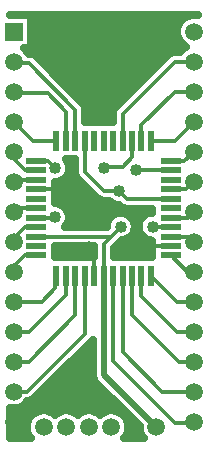
<source format=gtl>
G04 DipTrace 3.0.0.2*
G04 82S100replacement.GTL*
%MOMM*%
G04 #@! TF.FileFunction,Copper,L1,Top*
G04 #@! TF.Part,Single*
G04 #@! TA.AperFunction,Conductor*
%ADD13C,0.33*%
%ADD15C,0.5*%
G04 #@! TA.AperFunction,CopperBalancing*
%ADD16C,0.635*%
G04 #@! TA.AperFunction,ComponentPad*
%ADD17R,1.5X1.5*%
%ADD18C,1.5*%
%ADD20R,1.8X0.5*%
%ADD21R,0.5X1.8*%
G04 #@! TA.AperFunction,ComponentPad*
%ADD22C,1.5*%
G04 #@! TA.AperFunction,ViaPad*
%ADD24C,1.016*%
%FSLAX35Y35*%
G04*
G71*
G90*
G75*
G01*
G04 Top*
%LPD*%
X1350050Y3237300D2*
D13*
X1618050D1*
X2490050Y2757300D2*
X2292300D1*
X2175550Y2874050D1*
Y3016923D1*
X2143800Y3048673D1*
X1806677D1*
X1618050Y3237300D1*
X1840050Y2507300D2*
Y2701550D1*
X1794550Y2747050D1*
X2160050Y3647300D2*
Y3509427D1*
X2080300Y3429677D1*
X1937427D1*
X1921550Y3413800D1*
X1680050Y3647300D2*
Y3909300D1*
X1286550Y4302800D1*
X1175423D1*
X1159550Y4318673D1*
X1600050Y3647300D2*
Y3894050D1*
X1445300Y4048800D1*
X1175423D1*
X1159550Y4064673D1*
X1520050Y3647300D2*
X1322923D1*
X1159550Y3810673D1*
Y3556673D2*
Y3493177D1*
X1254800Y3397927D1*
X1349423D1*
X1350050Y3397300D1*
X1159550Y3302673D2*
X1223050D1*
X1238927Y3318550D1*
X1348800D1*
X1350050Y3317300D1*
Y3077300D2*
X1188177D1*
X1159550Y3048673D1*
Y2794673D2*
Y2826427D1*
X1254800Y2921677D1*
X1345673D1*
X1350050Y2917300D1*
X1159550Y2540673D2*
Y2588300D1*
X1254800Y2683550D1*
X1343800D1*
X1350050Y2677300D1*
X1159550Y2286673D2*
X1397673D1*
X1508800Y2397800D1*
Y2496050D1*
X1520050Y2507300D1*
X1600050D2*
Y2346177D1*
X1286547Y2032673D1*
X1159550D1*
X1680050Y2507300D2*
Y2172177D1*
X1286547Y1778673D1*
X1159550D1*
X1760050Y2507300D2*
Y2014050D1*
X1270673Y1524673D1*
X1159550D1*
X2000050Y2507300D2*
Y1779550D1*
X2524800Y1254800D1*
X2667677D1*
X2683550Y1270673D1*
X2080050Y2507300D2*
Y1858300D1*
X2413677Y1524673D1*
X2683550D1*
X2160050Y2507300D2*
Y2175173D1*
X2556550Y1778673D1*
X2683550D1*
X2240050Y2507300D2*
Y2333300D1*
X2540677Y2032673D1*
X2683550D1*
Y2286673D2*
X2540677D1*
X2320050Y2507300D1*
X2683550Y2540673D2*
X2626677D1*
X2490050Y2677300D1*
Y2837300D2*
X2640923D1*
X2683550Y2794673D1*
X2490050Y2997300D2*
X2632177D1*
X2683550Y3048673D1*
X2490050Y3237300D2*
X2618177D1*
X2683550Y3302673D1*
X2490050Y3477300D2*
X2604177D1*
X2683550Y3556673D1*
X2320050Y3647300D2*
X2520177D1*
X2683550Y3810673D1*
X2240050Y3647300D2*
Y3779927D1*
X2524797Y4064673D1*
X2683550D1*
X2080050Y3647300D2*
Y3873927D1*
X2524797Y4318673D1*
X2683550D1*
X2490050Y2917300D2*
X2338677D1*
X2334300Y2921677D1*
X1350050Y3477300D2*
X1445300D1*
X1508800Y3413800D1*
X2490050Y3397300D2*
X2191423D1*
X1350050Y2997300D2*
X1505050D1*
X1508800Y3001050D1*
X1920050Y2507300D2*
Y2777300D1*
X1980050Y2837300D1*
X2064423Y2921673D1*
X1350050Y2837300D2*
X1980050D1*
X2490050Y3157300D2*
X2114550D1*
X2048550Y3223300D1*
X1920050Y2507300D2*
D15*
Y1669050D1*
X2366050Y1223050D1*
X1760050Y3647300D2*
D13*
Y3384800D1*
X1921550Y3223300D1*
X2048550D1*
D24*
X1618050Y3237300D3*
X1794550Y2747050D3*
X1921550Y3413800D3*
X2334300Y2921677D3*
X1508800Y3413800D3*
X2191423Y3397300D3*
X1508800Y3001050D3*
X2064423Y2921673D3*
X2048550Y3223300D3*
D3*
X1308217Y4652383D2*
D16*
X2559316D1*
X1308217Y4589217D2*
X2535875D1*
X1308217Y4526050D2*
X2542821D1*
X1308217Y4462883D2*
X2586725D1*
X1282916Y4399717D2*
X2497304D1*
X1377546Y4336550D2*
X2417929D1*
X1440798Y4273383D2*
X2354677D1*
X1503926Y4210217D2*
X2291549D1*
X1567054Y4147050D2*
X2228421D1*
X1630306Y4083883D2*
X2165169D1*
X1693434Y4020717D2*
X2102041D1*
X1754825Y3957550D2*
X2038913D1*
X1770204Y3894383D2*
X1992529D1*
X1770204Y3831217D2*
X1989924D1*
X1626833Y3452217D2*
X1669944D1*
X1630678Y3389050D2*
X1669944D1*
X1593967Y3325883D2*
X1694128D1*
X1513724Y3262717D2*
X1757380D1*
X1513724Y3199550D2*
X1820508D1*
X1513724Y3136383D2*
X1962267D1*
X1608602Y3073217D2*
X2326400D1*
X1632910Y3010050D2*
X1979754D1*
X2149096D2*
X2249629D1*
X1620136Y2946883D2*
X1942671D1*
X2182582Y2883717D2*
X2216137D1*
X2131733Y2820550D2*
X2266992D1*
X2024948Y2757383D2*
X2326400D1*
X1513724Y2694217D2*
X1829934D1*
X2010190D2*
X2326400D1*
X1743911Y1873050D2*
X1821500D1*
X1680659Y1809883D2*
X1821500D1*
X1617531Y1746717D2*
X1821500D1*
X1554403Y1683550D2*
X1821500D1*
X1491151Y1620383D2*
X1835267D1*
X1428024Y1557217D2*
X1895046D1*
X1364896Y1494050D2*
X1958174D1*
X1272870Y1430883D2*
X2021426D1*
X1134150Y1367717D2*
X2084554D1*
X1134150Y1304550D2*
X1290556D1*
X2108044D2*
X2147682D1*
X1134150Y1241383D2*
X1266123D1*
X2132477D2*
X2210934D1*
X1134150Y1178217D2*
X1272200D1*
X2126400D2*
X2224700D1*
X1127765Y4714963D2*
X1301840D1*
Y4430383D1*
X1247642D1*
X1260164Y4419288D1*
X1274665Y4402309D1*
X1284476Y4386584D1*
X1299658Y4385558D1*
X1318615Y4380212D1*
X1335801Y4370588D1*
X1345798Y4362048D1*
X1743764Y3963717D1*
X1754707Y3947340D1*
X1761525Y3928860D1*
X1763840Y3909300D1*
X1763807Y3908453D1*
X1763840Y3804500D1*
X1996189Y3804589D1*
X1996518Y3880501D1*
X2000361Y3899819D1*
X2008607Y3917707D1*
X2020801Y3933175D1*
X2021424Y3933751D1*
X2470379Y4382388D1*
X2486757Y4393331D1*
X2505236Y4400148D1*
X2524797Y4402464D1*
X2525644Y4402430D1*
X2568577Y4402464D1*
X2582936Y4419288D1*
X2599914Y4433788D1*
X2619388Y4445656D1*
X2599914Y4457558D1*
X2582936Y4472059D1*
X2568435Y4489037D1*
X2556769Y4508075D1*
X2548224Y4528703D1*
X2543012Y4550414D1*
X2541260Y4572673D1*
X2543012Y4594932D1*
X2548224Y4616643D1*
X2556769Y4637272D1*
X2568435Y4656309D1*
X2582936Y4673288D1*
X2599914Y4687788D1*
X2618952Y4699455D1*
X2639580Y4707999D1*
X2661291Y4713212D1*
X2683550Y4714963D1*
X2705809Y4713212D1*
X2715354Y4711313D1*
X2715300Y4715550D1*
X1127800Y4714930D1*
X1274638Y1441003D2*
X1260164Y1424059D1*
X1243186Y1409558D1*
X1224148Y1397892D1*
X1203520Y1389348D1*
X1181809Y1384135D1*
X1159550Y1382383D1*
X1137291Y1384135D1*
X1127746Y1386034D1*
X1127800Y1127800D1*
X1307758D1*
X1292228Y1148704D1*
X1282091Y1168598D1*
X1275191Y1189833D1*
X1271699Y1211886D1*
Y1234214D1*
X1275191Y1256267D1*
X1282091Y1277502D1*
X1292228Y1297396D1*
X1305352Y1315460D1*
X1321140Y1331248D1*
X1339204Y1344372D1*
X1359098Y1354509D1*
X1380333Y1361409D1*
X1402386Y1364901D1*
X1424714D1*
X1446767Y1361409D1*
X1468002Y1354509D1*
X1487896Y1344372D1*
X1505960Y1331248D1*
X1508748Y1328671D1*
X1529704Y1344372D1*
X1549598Y1354509D1*
X1570833Y1361409D1*
X1592886Y1364901D1*
X1615214D1*
X1637267Y1361409D1*
X1658502Y1354509D1*
X1678396Y1344372D1*
X1696460Y1331248D1*
X1699248Y1328671D1*
X1720204Y1344372D1*
X1740098Y1354509D1*
X1761333Y1361409D1*
X1783386Y1364901D1*
X1805714D1*
X1827767Y1361409D1*
X1849002Y1354509D1*
X1868896Y1344372D1*
X1886960Y1331248D1*
X1889748Y1328671D1*
X1910704Y1344372D1*
X1930598Y1354509D1*
X1951833Y1361409D1*
X1973886Y1364901D1*
X1996214D1*
X2018267Y1361409D1*
X2039502Y1354509D1*
X2059396Y1344372D1*
X2077460Y1331248D1*
X2093248Y1315460D1*
X2106372Y1297396D1*
X2116509Y1277502D1*
X2123409Y1256267D1*
X2126901Y1234214D1*
Y1211886D1*
X2123409Y1189833D1*
X2116509Y1168598D1*
X2106372Y1148704D1*
X2093248Y1130640D1*
X2090612Y1127788D1*
X2260258Y1127800D1*
X2244728Y1148704D1*
X2234591Y1168598D1*
X2227691Y1189833D1*
X2224199Y1211886D1*
X2224224Y1234431D1*
X1849872Y1609112D1*
X1841360Y1620829D1*
X1834785Y1633732D1*
X1830310Y1647505D1*
X1828044Y1661809D1*
X1827760Y1891300D1*
Y1964846D1*
X1819299Y1954801D1*
X1325091Y1460959D1*
X1308713Y1450016D1*
X1290234Y1443198D1*
X1276246Y1441102D1*
X1507340Y3295612D2*
Y3119241D1*
X1527273Y3117686D1*
X1545292Y3113360D1*
X1562412Y3106269D1*
X1578212Y3096587D1*
X1592302Y3084552D1*
X1604337Y3070462D1*
X1614019Y3054662D1*
X1621110Y3037542D1*
X1625436Y3019523D1*
X1626890Y3001050D1*
X1625436Y2982577D1*
X1621110Y2964558D1*
X1614019Y2947438D1*
X1604337Y2931638D1*
X1595523Y2921032D1*
X1945487Y2921090D1*
X1949596Y2949241D1*
X1955322Y2966864D1*
X1963735Y2983375D1*
X1974627Y2998367D1*
X1987730Y3011470D1*
X2002721Y3022362D1*
X2019232Y3030774D1*
X2036856Y3036500D1*
X2055158Y3039399D1*
X2073689D1*
X2091991Y3036500D1*
X2109614Y3030774D1*
X2126125Y3022362D1*
X2141117Y3011470D1*
X2154220Y2998367D1*
X2165112Y2983375D1*
X2173524Y2966864D1*
X2179250Y2949241D1*
X2182149Y2930939D1*
Y2912408D1*
X2179250Y2894106D1*
X2173524Y2876482D1*
X2165112Y2859971D1*
X2154220Y2844980D1*
X2141117Y2831877D1*
X2126125Y2820985D1*
X2109614Y2812572D1*
X2091991Y2806846D1*
X2073689Y2803947D1*
X2064821Y2803599D1*
X2003781Y2742534D1*
X2003840Y2664563D1*
X2332808Y2664590D1*
X2332760Y2803673D1*
X2315827Y2805041D1*
X2297808Y2809366D1*
X2280688Y2816458D1*
X2264888Y2826140D1*
X2250798Y2838174D1*
X2238763Y2852265D1*
X2229081Y2868065D1*
X2221990Y2885185D1*
X2217664Y2903203D1*
X2216210Y2921677D1*
X2217664Y2940150D1*
X2221990Y2958168D1*
X2229081Y2975288D1*
X2238763Y2991088D1*
X2250798Y3005179D1*
X2264888Y3017213D1*
X2280688Y3026896D1*
X2297808Y3033987D1*
X2315827Y3038313D1*
X2332744Y3039706D1*
X2332760Y3073439D1*
X2107976Y3073768D1*
X2088657Y3077611D1*
X2070770Y3085857D1*
X2055302Y3098052D1*
X2054726Y3098674D1*
X2048198Y3105155D1*
X2030077Y3106664D1*
X2012058Y3110990D1*
X1994938Y3118081D1*
X1979138Y3127763D1*
X1965340Y3139527D1*
X1914976Y3139768D1*
X1895657Y3143611D1*
X1877770Y3151857D1*
X1862301Y3164051D1*
X1861726Y3164674D1*
X1696335Y3330383D1*
X1685392Y3346760D1*
X1678575Y3365240D1*
X1676260Y3384800D1*
X1676293Y3385647D1*
X1676260Y3490096D1*
X1598951Y3490009D1*
X1609488Y3475502D1*
X1617901Y3458991D1*
X1623627Y3441368D1*
X1626526Y3423065D1*
Y3404535D1*
X1623627Y3386232D1*
X1617901Y3368609D1*
X1609488Y3352098D1*
X1598596Y3337107D1*
X1585493Y3324004D1*
X1570502Y3313112D1*
X1553991Y3304699D1*
X1536368Y3298973D1*
X1518065Y3296074D1*
X1507316Y3295768D1*
X1507340Y3119112D1*
Y2753586D2*
X1507761Y2664589D1*
X1836298D1*
X1836260Y2753487D1*
X1507397Y2753510D1*
X1507216Y2665010D1*
X1612340Y2664465D1*
X1836318Y2664589D1*
D17*
X1159550Y4572673D3*
D18*
Y4318673D3*
Y4064673D3*
Y3810673D3*
Y3556673D3*
Y3302673D3*
Y3048673D3*
Y2794673D3*
Y2540673D3*
Y2286673D3*
Y2032673D3*
Y1778673D3*
Y1524673D3*
Y1270673D3*
X2683550D3*
Y1524673D3*
Y1778673D3*
Y2032673D3*
Y2286673D3*
Y2540673D3*
Y2794673D3*
Y3048673D3*
Y3302673D3*
Y3556673D3*
Y3810673D3*
Y4064673D3*
Y4318673D3*
Y4572673D3*
D20*
X1350050Y3477300D3*
Y3397300D3*
Y3317300D3*
Y3237300D3*
Y3157300D3*
Y3077300D3*
Y2997300D3*
Y2917300D3*
Y2837300D3*
Y2757300D3*
Y2677300D3*
D21*
X1520050Y2507300D3*
X1600050D3*
X1680050D3*
X1760050D3*
X1840050D3*
X1920050D3*
X2000050D3*
X2080050D3*
X2160050D3*
X2240050D3*
X2320050D3*
D20*
X2490050Y2677300D3*
Y2757300D3*
Y2837300D3*
Y2917300D3*
Y2997300D3*
Y3077300D3*
Y3157300D3*
Y3237300D3*
Y3317300D3*
Y3397300D3*
Y3477300D3*
D21*
X2320050Y3647300D3*
X2240050D3*
X2160050D3*
X2080050D3*
X2000050D3*
X1920050D3*
X1840050D3*
X1760050D3*
X1680050D3*
X1600050D3*
X1520050D3*
D22*
X1413550Y1223050D3*
X1604050D3*
X1794550D3*
X1985050D3*
X2175550D3*
X2366050D3*
M02*

</source>
